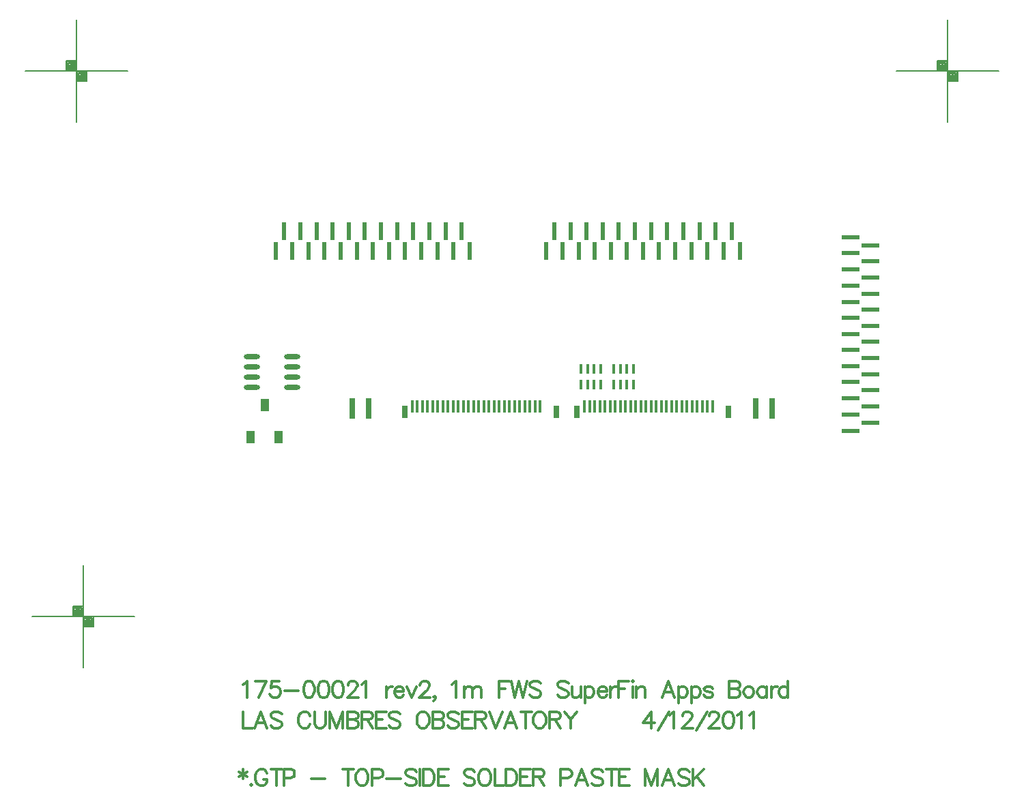
<source format=gtp>
%FSLAX23Y23*%
%MOIN*%
G70*
G01*
G75*
G04 Layer_Color=8421504*
%ADD10O,0.079X0.024*%
%ADD11R,0.017X0.045*%
%ADD12R,0.014X0.060*%
%ADD13R,0.030X0.100*%
%ADD14R,0.031X0.060*%
%ADD15R,0.022X0.085*%
%ADD16R,0.039X0.059*%
%ADD17R,0.085X0.022*%
%ADD18C,0.006*%
%ADD19C,0.010*%
%ADD20C,0.025*%
%ADD21C,0.020*%
%ADD22C,0.050*%
%ADD23C,0.005*%
%ADD24C,0.012*%
%ADD25C,0.008*%
%ADD26C,0.012*%
%ADD27C,0.012*%
%ADD28C,0.059*%
%ADD29R,0.059X0.059*%
%ADD30R,0.059X0.059*%
%ADD31C,0.047*%
%ADD32C,0.219*%
%ADD33C,0.024*%
%ADD34C,0.050*%
%ADD35C,0.040*%
%ADD36C,0.075*%
%ADD37C,0.087*%
%ADD38C,0.206*%
%ADD39C,0.068*%
G04:AMPARAMS|DCode=40|XSize=88mil|YSize=88mil|CornerRadius=0mil|HoleSize=0mil|Usage=FLASHONLY|Rotation=0.000|XOffset=0mil|YOffset=0mil|HoleType=Round|Shape=Relief|Width=10mil|Gap=10mil|Entries=4|*
%AMTHD40*
7,0,0,0.088,0.068,0.010,45*
%
%ADD40THD40*%
G04:AMPARAMS|DCode=41|XSize=70mil|YSize=70mil|CornerRadius=0mil|HoleSize=0mil|Usage=FLASHONLY|Rotation=0.000|XOffset=0mil|YOffset=0mil|HoleType=Round|Shape=Relief|Width=10mil|Gap=10mil|Entries=4|*
%AMTHD41*
7,0,0,0.070,0.050,0.010,45*
%
%ADD41THD41*%
%ADD42C,0.010*%
%ADD43C,0.015*%
%ADD44C,0.008*%
%ADD45C,0.007*%
%ADD46C,0.007*%
%ADD47R,0.224X0.139*%
D10*
X31396Y18696D02*
D03*
Y18746D02*
D03*
Y18796D02*
D03*
Y18846D02*
D03*
X31199Y18696D02*
D03*
Y18746D02*
D03*
Y18796D02*
D03*
Y18846D02*
D03*
D11*
X32807Y18786D02*
D03*
X32839D02*
D03*
X32870D02*
D03*
X32902D02*
D03*
Y18710D02*
D03*
X32870D02*
D03*
X32839D02*
D03*
X32807D02*
D03*
X32967Y18786D02*
D03*
X32999D02*
D03*
X33030D02*
D03*
X33062D02*
D03*
Y18710D02*
D03*
X33030D02*
D03*
X32999D02*
D03*
X32967D02*
D03*
D12*
X32558Y18603D02*
D03*
X31983D02*
D03*
X32008D02*
D03*
X32033D02*
D03*
X32058D02*
D03*
X32083D02*
D03*
X32108D02*
D03*
X32158D02*
D03*
X32183D02*
D03*
X32208D02*
D03*
X32233D02*
D03*
X32258D02*
D03*
X32283D02*
D03*
X32308D02*
D03*
X32333D02*
D03*
X32358D02*
D03*
X32383D02*
D03*
X32408D02*
D03*
X32433D02*
D03*
X32458D02*
D03*
X32483D02*
D03*
X32508D02*
D03*
X32533D02*
D03*
X32583D02*
D03*
X32608D02*
D03*
X32824Y18602D02*
D03*
X32849D02*
D03*
X32874D02*
D03*
X32899D02*
D03*
X32924D02*
D03*
X32949D02*
D03*
X32974D02*
D03*
X32999D02*
D03*
X33024D02*
D03*
X33049D02*
D03*
X33074D02*
D03*
X33099D02*
D03*
X33124D02*
D03*
X33149D02*
D03*
X33174D02*
D03*
X33199D02*
D03*
X33224D02*
D03*
X33249D02*
D03*
X33274D02*
D03*
X33299D02*
D03*
X33324D02*
D03*
X33349D02*
D03*
X33374D02*
D03*
X33399D02*
D03*
X33424D02*
D03*
X33449D02*
D03*
X32133Y18603D02*
D03*
D13*
X31691Y18593D02*
D03*
X31770D02*
D03*
X33740Y18593D02*
D03*
X33661D02*
D03*
D14*
X33526Y18575D02*
D03*
X32786D02*
D03*
X31946D02*
D03*
X32686D02*
D03*
D15*
X32637Y19361D02*
D03*
X32716D02*
D03*
X32795D02*
D03*
X32676Y19458D02*
D03*
X32755D02*
D03*
X33582Y19361D02*
D03*
X33543Y19458D02*
D03*
X33503Y19361D02*
D03*
X33464Y19458D02*
D03*
X33424Y19361D02*
D03*
X33385Y19458D02*
D03*
X33346Y19361D02*
D03*
X33306Y19458D02*
D03*
X33267Y19361D02*
D03*
X33228Y19458D02*
D03*
X33188Y19361D02*
D03*
X33149Y19458D02*
D03*
X33110Y19361D02*
D03*
X33070Y19458D02*
D03*
X33031Y19361D02*
D03*
X32991Y19458D02*
D03*
X32952Y19361D02*
D03*
X32913Y19458D02*
D03*
X32873Y19361D02*
D03*
X32834Y19458D02*
D03*
X31515D02*
D03*
X31554Y19361D02*
D03*
X31594Y19458D02*
D03*
X31633Y19361D02*
D03*
X31673Y19458D02*
D03*
X31712Y19361D02*
D03*
X31751Y19458D02*
D03*
X31791Y19361D02*
D03*
X31830Y19458D02*
D03*
X31869Y19361D02*
D03*
X31909Y19458D02*
D03*
X31948Y19361D02*
D03*
X31987Y19458D02*
D03*
X32027Y19361D02*
D03*
X32066Y19458D02*
D03*
X32106Y19361D02*
D03*
X32145Y19458D02*
D03*
X32184Y19361D02*
D03*
X32224Y19458D02*
D03*
X32263Y19361D02*
D03*
X31436Y19458D02*
D03*
X31358D02*
D03*
X31476Y19361D02*
D03*
X31397D02*
D03*
X31318D02*
D03*
D16*
X31193Y18454D02*
D03*
X31262Y18608D02*
D03*
X31331Y18454D02*
D03*
D17*
X34221Y19233D02*
D03*
X34124Y19193D02*
D03*
X34221Y19154D02*
D03*
X34124Y19114D02*
D03*
X34221Y19075D02*
D03*
X34124Y19036D02*
D03*
X34221Y18996D02*
D03*
X34124Y18957D02*
D03*
X34221Y18918D02*
D03*
X34124Y18878D02*
D03*
X34221Y18839D02*
D03*
X34124Y18799D02*
D03*
X34221Y18760D02*
D03*
X34124Y18721D02*
D03*
X34221Y18681D02*
D03*
X34124Y18642D02*
D03*
X34221Y18603D02*
D03*
X34124Y18563D02*
D03*
X34221Y18524D02*
D03*
X34124Y18484D02*
D03*
X34221Y19311D02*
D03*
Y19390D02*
D03*
X34124Y19272D02*
D03*
Y19351D02*
D03*
Y19429D02*
D03*
D25*
X30093Y20243D02*
X30593D01*
X30343Y19993D02*
Y20493D01*
X30293Y20243D02*
Y20293D01*
X30343D01*
X30393Y20193D02*
Y20243D01*
X30343Y20193D02*
X30393D01*
X30348Y20238D02*
X30388D01*
Y20198D02*
Y20238D01*
X30348Y20198D02*
X30388D01*
X30348D02*
Y20238D01*
X30353Y20233D02*
X30383D01*
Y20203D02*
Y20233D01*
X30353Y20203D02*
X30383D01*
X30353D02*
Y20228D01*
X30358D02*
X30378D01*
Y20208D02*
Y20228D01*
X30358Y20208D02*
X30378D01*
X30358D02*
Y20223D01*
X30363D02*
X30373D01*
Y20213D02*
Y20223D01*
X30363Y20213D02*
X30373D01*
X30363D02*
Y20223D01*
Y20218D02*
X30373D01*
X30298Y20288D02*
X30338D01*
Y20248D02*
Y20288D01*
X30298Y20248D02*
X30338D01*
X30298D02*
Y20288D01*
X30303Y20283D02*
X30333D01*
Y20253D02*
Y20283D01*
X30303Y20253D02*
X30333D01*
X30303D02*
Y20278D01*
X30308D02*
X30328D01*
Y20258D02*
Y20278D01*
X30308Y20258D02*
X30328D01*
X30308D02*
Y20273D01*
X30313D02*
X30323D01*
Y20263D02*
Y20273D01*
X30313Y20263D02*
X30323D01*
X30313D02*
Y20273D01*
Y20268D02*
X30323D01*
X30126Y17575D02*
X30626D01*
X30376Y17325D02*
Y17825D01*
X30326Y17575D02*
Y17625D01*
X30376D01*
X30426Y17525D02*
Y17575D01*
X30376Y17525D02*
X30426D01*
X30381Y17570D02*
X30421D01*
Y17530D02*
Y17570D01*
X30381Y17530D02*
X30421D01*
X30381D02*
Y17570D01*
X30386Y17565D02*
X30416D01*
Y17535D02*
Y17565D01*
X30386Y17535D02*
X30416D01*
X30386D02*
Y17560D01*
X30391D02*
X30411D01*
Y17540D02*
Y17560D01*
X30391Y17540D02*
X30411D01*
X30391D02*
Y17555D01*
X30396D02*
X30406D01*
Y17545D02*
Y17555D01*
X30396Y17545D02*
X30406D01*
X30396D02*
Y17555D01*
Y17550D02*
X30406D01*
X30331Y17620D02*
X30371D01*
Y17580D02*
Y17620D01*
X30331Y17580D02*
X30371D01*
X30331D02*
Y17620D01*
X30336Y17615D02*
X30366D01*
Y17585D02*
Y17615D01*
X30336Y17585D02*
X30366D01*
X30336D02*
Y17610D01*
X30341D02*
X30361D01*
Y17590D02*
Y17610D01*
X30341Y17590D02*
X30361D01*
X30341D02*
Y17605D01*
X30346D02*
X30356D01*
Y17595D02*
Y17605D01*
X30346Y17595D02*
X30356D01*
X30346D02*
Y17605D01*
Y17600D02*
X30356D01*
X34347Y20243D02*
X34847D01*
X34597Y19993D02*
Y20493D01*
X34547Y20243D02*
Y20293D01*
X34597D01*
X34647Y20193D02*
Y20243D01*
X34597Y20193D02*
X34647D01*
X34602Y20238D02*
X34642D01*
Y20198D02*
Y20238D01*
X34602Y20198D02*
X34642D01*
X34602D02*
Y20238D01*
X34607Y20233D02*
X34637D01*
Y20203D02*
Y20233D01*
X34607Y20203D02*
X34637D01*
X34607D02*
Y20228D01*
X34612D02*
X34632D01*
Y20208D02*
Y20228D01*
X34612Y20208D02*
X34632D01*
X34612D02*
Y20223D01*
X34617D02*
X34627D01*
Y20213D02*
Y20223D01*
X34617Y20213D02*
X34627D01*
X34617D02*
Y20223D01*
Y20218D02*
X34627D01*
X34552Y20288D02*
X34592D01*
Y20248D02*
Y20288D01*
X34552Y20248D02*
X34592D01*
X34552D02*
Y20288D01*
X34557Y20283D02*
X34587D01*
Y20253D02*
Y20283D01*
X34557Y20253D02*
X34587D01*
X34557D02*
Y20278D01*
X34562D02*
X34582D01*
Y20258D02*
Y20278D01*
X34562Y20258D02*
X34582D01*
X34562D02*
Y20273D01*
X34567D02*
X34577D01*
Y20263D02*
Y20273D01*
X34567Y20263D02*
X34577D01*
X34567D02*
Y20273D01*
Y20268D02*
X34577D01*
D26*
X31156Y16829D02*
Y16783D01*
X31137Y16817D02*
X31175Y16794D01*
Y16817D02*
X31137Y16794D01*
X31196Y16756D02*
X31192Y16753D01*
X31196Y16749D01*
X31199Y16753D01*
X31196Y16756D01*
X31274Y16810D02*
X31270Y16817D01*
X31263Y16825D01*
X31255Y16829D01*
X31240D01*
X31232Y16825D01*
X31224Y16817D01*
X31221Y16810D01*
X31217Y16798D01*
Y16779D01*
X31221Y16768D01*
X31224Y16760D01*
X31232Y16753D01*
X31240Y16749D01*
X31255D01*
X31263Y16753D01*
X31270Y16760D01*
X31274Y16768D01*
Y16779D01*
X31255D02*
X31274D01*
X31319Y16829D02*
Y16749D01*
X31292Y16829D02*
X31346D01*
X31355Y16787D02*
X31389D01*
X31401Y16791D01*
X31405Y16794D01*
X31408Y16802D01*
Y16814D01*
X31405Y16821D01*
X31401Y16825D01*
X31389Y16829D01*
X31355D01*
Y16749D01*
X31489Y16783D02*
X31558D01*
X31671Y16829D02*
Y16749D01*
X31644Y16829D02*
X31698D01*
X31730D02*
X31722Y16825D01*
X31715Y16817D01*
X31711Y16810D01*
X31707Y16798D01*
Y16779D01*
X31711Y16768D01*
X31715Y16760D01*
X31722Y16753D01*
X31730Y16749D01*
X31745D01*
X31753Y16753D01*
X31760Y16760D01*
X31764Y16768D01*
X31768Y16779D01*
Y16798D01*
X31764Y16810D01*
X31760Y16817D01*
X31753Y16825D01*
X31745Y16829D01*
X31730D01*
X31787Y16787D02*
X31821D01*
X31832Y16791D01*
X31836Y16794D01*
X31840Y16802D01*
Y16814D01*
X31836Y16821D01*
X31832Y16825D01*
X31821Y16829D01*
X31787D01*
Y16749D01*
X31858Y16783D02*
X31926D01*
X32003Y16817D02*
X31996Y16825D01*
X31984Y16829D01*
X31969D01*
X31958Y16825D01*
X31950Y16817D01*
Y16810D01*
X31954Y16802D01*
X31958Y16798D01*
X31965Y16794D01*
X31988Y16787D01*
X31996Y16783D01*
X32000Y16779D01*
X32003Y16772D01*
Y16760D01*
X31996Y16753D01*
X31984Y16749D01*
X31969D01*
X31958Y16753D01*
X31950Y16760D01*
X32021Y16829D02*
Y16749D01*
X32038Y16829D02*
Y16749D01*
Y16829D02*
X32065D01*
X32076Y16825D01*
X32084Y16817D01*
X32088Y16810D01*
X32091Y16798D01*
Y16779D01*
X32088Y16768D01*
X32084Y16760D01*
X32076Y16753D01*
X32065Y16749D01*
X32038D01*
X32159Y16829D02*
X32109D01*
Y16749D01*
X32159D01*
X32109Y16791D02*
X32140D01*
X32288Y16817D02*
X32281Y16825D01*
X32269Y16829D01*
X32254D01*
X32243Y16825D01*
X32235Y16817D01*
Y16810D01*
X32239Y16802D01*
X32243Y16798D01*
X32250Y16794D01*
X32273Y16787D01*
X32281Y16783D01*
X32284Y16779D01*
X32288Y16772D01*
Y16760D01*
X32281Y16753D01*
X32269Y16749D01*
X32254D01*
X32243Y16753D01*
X32235Y16760D01*
X32329Y16829D02*
X32321Y16825D01*
X32314Y16817D01*
X32310Y16810D01*
X32306Y16798D01*
Y16779D01*
X32310Y16768D01*
X32314Y16760D01*
X32321Y16753D01*
X32329Y16749D01*
X32344D01*
X32352Y16753D01*
X32359Y16760D01*
X32363Y16768D01*
X32367Y16779D01*
Y16798D01*
X32363Y16810D01*
X32359Y16817D01*
X32352Y16825D01*
X32344Y16829D01*
X32329D01*
X32386D02*
Y16749D01*
X32431D01*
X32440Y16829D02*
Y16749D01*
Y16829D02*
X32467D01*
X32478Y16825D01*
X32486Y16817D01*
X32490Y16810D01*
X32494Y16798D01*
Y16779D01*
X32490Y16768D01*
X32486Y16760D01*
X32478Y16753D01*
X32467Y16749D01*
X32440D01*
X32561Y16829D02*
X32511D01*
Y16749D01*
X32561D01*
X32511Y16791D02*
X32542D01*
X32574Y16829D02*
Y16749D01*
Y16829D02*
X32609D01*
X32620Y16825D01*
X32624Y16821D01*
X32628Y16814D01*
Y16806D01*
X32624Y16798D01*
X32620Y16794D01*
X32609Y16791D01*
X32574D01*
X32601D02*
X32628Y16749D01*
X32708Y16787D02*
X32743D01*
X32754Y16791D01*
X32758Y16794D01*
X32762Y16802D01*
Y16814D01*
X32758Y16821D01*
X32754Y16825D01*
X32743Y16829D01*
X32708D01*
Y16749D01*
X32841D02*
X32810Y16829D01*
X32780Y16749D01*
X32791Y16775D02*
X32829D01*
X32912Y16817D02*
X32905Y16825D01*
X32893Y16829D01*
X32878D01*
X32867Y16825D01*
X32859Y16817D01*
Y16810D01*
X32863Y16802D01*
X32867Y16798D01*
X32874Y16794D01*
X32897Y16787D01*
X32905Y16783D01*
X32909Y16779D01*
X32912Y16772D01*
Y16760D01*
X32905Y16753D01*
X32893Y16749D01*
X32878D01*
X32867Y16753D01*
X32859Y16760D01*
X32957Y16829D02*
Y16749D01*
X32930Y16829D02*
X32984D01*
X33043D02*
X32993D01*
Y16749D01*
X33043D01*
X32993Y16791D02*
X33024D01*
X33119Y16829D02*
Y16749D01*
Y16829D02*
X33149Y16749D01*
X33180Y16829D02*
X33149Y16749D01*
X33180Y16829D02*
Y16749D01*
X33264D02*
X33233Y16829D01*
X33203Y16749D01*
X33214Y16775D02*
X33252D01*
X33336Y16817D02*
X33328Y16825D01*
X33317Y16829D01*
X33301D01*
X33290Y16825D01*
X33282Y16817D01*
Y16810D01*
X33286Y16802D01*
X33290Y16798D01*
X33298Y16794D01*
X33320Y16787D01*
X33328Y16783D01*
X33332Y16779D01*
X33336Y16772D01*
Y16760D01*
X33328Y16753D01*
X33317Y16749D01*
X33301D01*
X33290Y16753D01*
X33282Y16760D01*
X33354Y16829D02*
Y16749D01*
X33407Y16829D02*
X33354Y16775D01*
X33373Y16794D02*
X33407Y16749D01*
X31158Y17244D02*
X31166Y17248D01*
X31177Y17259D01*
Y17179D01*
X31270Y17259D02*
X31232Y17179D01*
X31217Y17259D02*
X31270D01*
X31334D02*
X31296D01*
X31292Y17225D01*
X31296Y17229D01*
X31307Y17233D01*
X31319D01*
X31330Y17229D01*
X31338Y17221D01*
X31341Y17210D01*
Y17202D01*
X31338Y17191D01*
X31330Y17183D01*
X31319Y17179D01*
X31307D01*
X31296Y17183D01*
X31292Y17187D01*
X31288Y17195D01*
X31359Y17214D02*
X31428D01*
X31474Y17259D02*
X31463Y17256D01*
X31455Y17244D01*
X31452Y17225D01*
Y17214D01*
X31455Y17195D01*
X31463Y17183D01*
X31474Y17179D01*
X31482D01*
X31493Y17183D01*
X31501Y17195D01*
X31505Y17214D01*
Y17225D01*
X31501Y17244D01*
X31493Y17256D01*
X31482Y17259D01*
X31474D01*
X31546D02*
X31534Y17256D01*
X31527Y17244D01*
X31523Y17225D01*
Y17214D01*
X31527Y17195D01*
X31534Y17183D01*
X31546Y17179D01*
X31553D01*
X31565Y17183D01*
X31572Y17195D01*
X31576Y17214D01*
Y17225D01*
X31572Y17244D01*
X31565Y17256D01*
X31553Y17259D01*
X31546D01*
X31617D02*
X31605Y17256D01*
X31598Y17244D01*
X31594Y17225D01*
Y17214D01*
X31598Y17195D01*
X31605Y17183D01*
X31617Y17179D01*
X31624D01*
X31636Y17183D01*
X31644Y17195D01*
X31647Y17214D01*
Y17225D01*
X31644Y17244D01*
X31636Y17256D01*
X31624Y17259D01*
X31617D01*
X31669Y17240D02*
Y17244D01*
X31673Y17252D01*
X31677Y17256D01*
X31684Y17259D01*
X31700D01*
X31707Y17256D01*
X31711Y17252D01*
X31715Y17244D01*
Y17237D01*
X31711Y17229D01*
X31703Y17217D01*
X31665Y17179D01*
X31719D01*
X31736Y17244D02*
X31744Y17248D01*
X31755Y17259D01*
Y17179D01*
X31858Y17233D02*
Y17179D01*
Y17210D02*
X31862Y17221D01*
X31869Y17229D01*
X31877Y17233D01*
X31888D01*
X31896Y17210D02*
X31941D01*
Y17217D01*
X31938Y17225D01*
X31934Y17229D01*
X31926Y17233D01*
X31915D01*
X31907Y17229D01*
X31899Y17221D01*
X31896Y17210D01*
Y17202D01*
X31899Y17191D01*
X31907Y17183D01*
X31915Y17179D01*
X31926D01*
X31934Y17183D01*
X31941Y17191D01*
X31958Y17233D02*
X31981Y17179D01*
X32004Y17233D02*
X31981Y17179D01*
X32021Y17240D02*
Y17244D01*
X32025Y17252D01*
X32029Y17256D01*
X32036Y17259D01*
X32051D01*
X32059Y17256D01*
X32063Y17252D01*
X32067Y17244D01*
Y17237D01*
X32063Y17229D01*
X32055Y17217D01*
X32017Y17179D01*
X32070D01*
X32096Y17183D02*
X32092Y17179D01*
X32088Y17183D01*
X32092Y17187D01*
X32096Y17183D01*
Y17176D01*
X32092Y17168D01*
X32088Y17164D01*
X32176Y17244D02*
X32184Y17248D01*
X32195Y17259D01*
Y17179D01*
X32235Y17233D02*
Y17179D01*
Y17217D02*
X32246Y17229D01*
X32254Y17233D01*
X32265D01*
X32273Y17229D01*
X32277Y17217D01*
Y17179D01*
Y17217D02*
X32288Y17229D01*
X32296Y17233D01*
X32307D01*
X32315Y17229D01*
X32319Y17217D01*
Y17179D01*
X32407Y17259D02*
Y17179D01*
Y17259D02*
X32456D01*
X32407Y17221D02*
X32437D01*
X32465Y17259D02*
X32484Y17179D01*
X32504Y17259D02*
X32484Y17179D01*
X32504Y17259D02*
X32523Y17179D01*
X32542Y17259D02*
X32523Y17179D01*
X32611Y17248D02*
X32603Y17256D01*
X32592Y17259D01*
X32577D01*
X32565Y17256D01*
X32558Y17248D01*
Y17240D01*
X32561Y17233D01*
X32565Y17229D01*
X32573Y17225D01*
X32596Y17217D01*
X32603Y17214D01*
X32607Y17210D01*
X32611Y17202D01*
Y17191D01*
X32603Y17183D01*
X32592Y17179D01*
X32577D01*
X32565Y17183D01*
X32558Y17191D01*
X32745Y17248D02*
X32737Y17256D01*
X32726Y17259D01*
X32711D01*
X32699Y17256D01*
X32692Y17248D01*
Y17240D01*
X32695Y17233D01*
X32699Y17229D01*
X32707Y17225D01*
X32730Y17217D01*
X32737Y17214D01*
X32741Y17210D01*
X32745Y17202D01*
Y17191D01*
X32737Y17183D01*
X32726Y17179D01*
X32711D01*
X32699Y17183D01*
X32692Y17191D01*
X32763Y17233D02*
Y17195D01*
X32767Y17183D01*
X32774Y17179D01*
X32786D01*
X32793Y17183D01*
X32805Y17195D01*
Y17233D02*
Y17179D01*
X32826Y17233D02*
Y17153D01*
Y17221D02*
X32833Y17229D01*
X32841Y17233D01*
X32852D01*
X32860Y17229D01*
X32868Y17221D01*
X32871Y17210D01*
Y17202D01*
X32868Y17191D01*
X32860Y17183D01*
X32852Y17179D01*
X32841D01*
X32833Y17183D01*
X32826Y17191D01*
X32889Y17210D02*
X32934D01*
Y17217D01*
X32930Y17225D01*
X32927Y17229D01*
X32919Y17233D01*
X32908D01*
X32900Y17229D01*
X32892Y17221D01*
X32889Y17210D01*
Y17202D01*
X32892Y17191D01*
X32900Y17183D01*
X32908Y17179D01*
X32919D01*
X32927Y17183D01*
X32934Y17191D01*
X32951Y17233D02*
Y17179D01*
Y17210D02*
X32955Y17221D01*
X32963Y17229D01*
X32970Y17233D01*
X32982D01*
X32989Y17259D02*
Y17179D01*
Y17259D02*
X33039D01*
X32989Y17221D02*
X33020D01*
X33055Y17259D02*
X33059Y17256D01*
X33063Y17259D01*
X33059Y17263D01*
X33055Y17259D01*
X33059Y17233D02*
Y17179D01*
X33077Y17233D02*
Y17179D01*
Y17217D02*
X33089Y17229D01*
X33096Y17233D01*
X33108D01*
X33115Y17229D01*
X33119Y17217D01*
Y17179D01*
X33264D02*
X33233Y17259D01*
X33203Y17179D01*
X33214Y17206D02*
X33252D01*
X33282Y17233D02*
Y17153D01*
Y17221D02*
X33290Y17229D01*
X33298Y17233D01*
X33309D01*
X33317Y17229D01*
X33324Y17221D01*
X33328Y17210D01*
Y17202D01*
X33324Y17191D01*
X33317Y17183D01*
X33309Y17179D01*
X33298D01*
X33290Y17183D01*
X33282Y17191D01*
X33345Y17233D02*
Y17153D01*
Y17221D02*
X33353Y17229D01*
X33360Y17233D01*
X33372D01*
X33380Y17229D01*
X33387Y17221D01*
X33391Y17210D01*
Y17202D01*
X33387Y17191D01*
X33380Y17183D01*
X33372Y17179D01*
X33360D01*
X33353Y17183D01*
X33345Y17191D01*
X33450Y17221D02*
X33446Y17229D01*
X33435Y17233D01*
X33423D01*
X33412Y17229D01*
X33408Y17221D01*
X33412Y17214D01*
X33420Y17210D01*
X33439Y17206D01*
X33446Y17202D01*
X33450Y17195D01*
Y17191D01*
X33446Y17183D01*
X33435Y17179D01*
X33423D01*
X33412Y17183D01*
X33408Y17191D01*
X33530Y17259D02*
Y17179D01*
Y17259D02*
X33564D01*
X33575Y17256D01*
X33579Y17252D01*
X33583Y17244D01*
Y17237D01*
X33579Y17229D01*
X33575Y17225D01*
X33564Y17221D01*
X33530D02*
X33564D01*
X33575Y17217D01*
X33579Y17214D01*
X33583Y17206D01*
Y17195D01*
X33579Y17187D01*
X33575Y17183D01*
X33564Y17179D01*
X33530D01*
X33620Y17233D02*
X33612Y17229D01*
X33605Y17221D01*
X33601Y17210D01*
Y17202D01*
X33605Y17191D01*
X33612Y17183D01*
X33620Y17179D01*
X33631D01*
X33639Y17183D01*
X33647Y17191D01*
X33650Y17202D01*
Y17210D01*
X33647Y17221D01*
X33639Y17229D01*
X33631Y17233D01*
X33620D01*
X33714D02*
Y17179D01*
Y17221D02*
X33706Y17229D01*
X33698Y17233D01*
X33687D01*
X33679Y17229D01*
X33672Y17221D01*
X33668Y17210D01*
Y17202D01*
X33672Y17191D01*
X33679Y17183D01*
X33687Y17179D01*
X33698D01*
X33706Y17183D01*
X33714Y17191D01*
X33735Y17233D02*
Y17179D01*
Y17210D02*
X33739Y17221D01*
X33746Y17229D01*
X33754Y17233D01*
X33765D01*
X33818Y17259D02*
Y17179D01*
Y17221D02*
X33811Y17229D01*
X33803Y17233D01*
X33792D01*
X33784Y17229D01*
X33776Y17221D01*
X33773Y17210D01*
Y17202D01*
X33776Y17191D01*
X33784Y17183D01*
X33792Y17179D01*
X33803D01*
X33811Y17183D01*
X33818Y17191D01*
D27*
X31158Y17109D02*
Y17029D01*
X31204D01*
X31274D02*
X31243Y17109D01*
X31213Y17029D01*
X31224Y17056D02*
X31262D01*
X31346Y17098D02*
X31338Y17106D01*
X31327Y17109D01*
X31311D01*
X31300Y17106D01*
X31292Y17098D01*
Y17090D01*
X31296Y17083D01*
X31300Y17079D01*
X31308Y17075D01*
X31330Y17067D01*
X31338Y17064D01*
X31342Y17060D01*
X31346Y17052D01*
Y17041D01*
X31338Y17033D01*
X31327Y17029D01*
X31311D01*
X31300Y17033D01*
X31292Y17041D01*
X31484Y17090D02*
X31480Y17098D01*
X31472Y17106D01*
X31465Y17109D01*
X31449D01*
X31442Y17106D01*
X31434Y17098D01*
X31430Y17090D01*
X31426Y17079D01*
Y17060D01*
X31430Y17048D01*
X31434Y17041D01*
X31442Y17033D01*
X31449Y17029D01*
X31465D01*
X31472Y17033D01*
X31480Y17041D01*
X31484Y17048D01*
X31506Y17109D02*
Y17052D01*
X31510Y17041D01*
X31517Y17033D01*
X31529Y17029D01*
X31536D01*
X31548Y17033D01*
X31556Y17041D01*
X31559Y17052D01*
Y17109D01*
X31581D02*
Y17029D01*
Y17109D02*
X31612Y17029D01*
X31642Y17109D02*
X31612Y17029D01*
X31642Y17109D02*
Y17029D01*
X31665Y17109D02*
Y17029D01*
Y17109D02*
X31700D01*
X31711Y17106D01*
X31715Y17102D01*
X31719Y17094D01*
Y17086D01*
X31715Y17079D01*
X31711Y17075D01*
X31700Y17071D01*
X31665D02*
X31700D01*
X31711Y17067D01*
X31715Y17064D01*
X31719Y17056D01*
Y17045D01*
X31715Y17037D01*
X31711Y17033D01*
X31700Y17029D01*
X31665D01*
X31736Y17109D02*
Y17029D01*
Y17109D02*
X31771D01*
X31782Y17106D01*
X31786Y17102D01*
X31790Y17094D01*
Y17086D01*
X31786Y17079D01*
X31782Y17075D01*
X31771Y17071D01*
X31736D01*
X31763D02*
X31790Y17029D01*
X31857Y17109D02*
X31808D01*
Y17029D01*
X31857D01*
X31808Y17071D02*
X31838D01*
X31924Y17098D02*
X31916Y17106D01*
X31905Y17109D01*
X31890D01*
X31878Y17106D01*
X31871Y17098D01*
Y17090D01*
X31874Y17083D01*
X31878Y17079D01*
X31886Y17075D01*
X31909Y17067D01*
X31916Y17064D01*
X31920Y17060D01*
X31924Y17052D01*
Y17041D01*
X31916Y17033D01*
X31905Y17029D01*
X31890D01*
X31878Y17033D01*
X31871Y17041D01*
X32027Y17109D02*
X32020Y17106D01*
X32012Y17098D01*
X32008Y17090D01*
X32005Y17079D01*
Y17060D01*
X32008Y17048D01*
X32012Y17041D01*
X32020Y17033D01*
X32027Y17029D01*
X32043D01*
X32050Y17033D01*
X32058Y17041D01*
X32062Y17048D01*
X32066Y17060D01*
Y17079D01*
X32062Y17090D01*
X32058Y17098D01*
X32050Y17106D01*
X32043Y17109D01*
X32027D01*
X32084D02*
Y17029D01*
Y17109D02*
X32118D01*
X32130Y17106D01*
X32134Y17102D01*
X32138Y17094D01*
Y17086D01*
X32134Y17079D01*
X32130Y17075D01*
X32118Y17071D01*
X32084D02*
X32118D01*
X32130Y17067D01*
X32134Y17064D01*
X32138Y17056D01*
Y17045D01*
X32134Y17037D01*
X32130Y17033D01*
X32118Y17029D01*
X32084D01*
X32209Y17098D02*
X32201Y17106D01*
X32190Y17109D01*
X32174D01*
X32163Y17106D01*
X32155Y17098D01*
Y17090D01*
X32159Y17083D01*
X32163Y17079D01*
X32171Y17075D01*
X32193Y17067D01*
X32201Y17064D01*
X32205Y17060D01*
X32209Y17052D01*
Y17041D01*
X32201Y17033D01*
X32190Y17029D01*
X32174D01*
X32163Y17033D01*
X32155Y17041D01*
X32276Y17109D02*
X32227D01*
Y17029D01*
X32276D01*
X32227Y17071D02*
X32257D01*
X32289Y17109D02*
Y17029D01*
Y17109D02*
X32324D01*
X32335Y17106D01*
X32339Y17102D01*
X32343Y17094D01*
Y17086D01*
X32339Y17079D01*
X32335Y17075D01*
X32324Y17071D01*
X32289D01*
X32316D02*
X32343Y17029D01*
X32361Y17109D02*
X32391Y17029D01*
X32422Y17109D02*
X32391Y17029D01*
X32493D02*
X32462Y17109D01*
X32432Y17029D01*
X32443Y17056D02*
X32481D01*
X32538Y17109D02*
Y17029D01*
X32512Y17109D02*
X32565D01*
X32597D02*
X32590Y17106D01*
X32582Y17098D01*
X32578Y17090D01*
X32574Y17079D01*
Y17060D01*
X32578Y17048D01*
X32582Y17041D01*
X32590Y17033D01*
X32597Y17029D01*
X32612D01*
X32620Y17033D01*
X32628Y17041D01*
X32632Y17048D01*
X32635Y17060D01*
Y17079D01*
X32632Y17090D01*
X32628Y17098D01*
X32620Y17106D01*
X32612Y17109D01*
X32597D01*
X32654D02*
Y17029D01*
Y17109D02*
X32688D01*
X32700Y17106D01*
X32703Y17102D01*
X32707Y17094D01*
Y17086D01*
X32703Y17079D01*
X32700Y17075D01*
X32688Y17071D01*
X32654D01*
X32681D02*
X32707Y17029D01*
X32725Y17109D02*
X32756Y17071D01*
Y17029D01*
X32786Y17109D02*
X32756Y17071D01*
X33149Y17109D02*
X33111Y17056D01*
X33168D01*
X33149Y17109D02*
Y17029D01*
X33182Y17018D02*
X33235Y17109D01*
X33241Y17094D02*
X33248Y17098D01*
X33260Y17109D01*
Y17029D01*
X33303Y17090D02*
Y17094D01*
X33307Y17102D01*
X33311Y17106D01*
X33318Y17109D01*
X33333D01*
X33341Y17106D01*
X33345Y17102D01*
X33349Y17094D01*
Y17086D01*
X33345Y17079D01*
X33337Y17067D01*
X33299Y17029D01*
X33352D01*
X33370Y17018D02*
X33424Y17109D01*
X33433Y17090D02*
Y17094D01*
X33437Y17102D01*
X33440Y17106D01*
X33448Y17109D01*
X33463D01*
X33471Y17106D01*
X33475Y17102D01*
X33479Y17094D01*
Y17086D01*
X33475Y17079D01*
X33467Y17067D01*
X33429Y17029D01*
X33482D01*
X33523Y17109D02*
X33512Y17106D01*
X33504Y17094D01*
X33500Y17075D01*
Y17064D01*
X33504Y17045D01*
X33512Y17033D01*
X33523Y17029D01*
X33531D01*
X33542Y17033D01*
X33550Y17045D01*
X33554Y17064D01*
Y17075D01*
X33550Y17094D01*
X33542Y17106D01*
X33531Y17109D01*
X33523D01*
X33571Y17094D02*
X33579Y17098D01*
X33591Y17109D01*
Y17029D01*
X33630Y17094D02*
X33638Y17098D01*
X33649Y17109D01*
Y17029D01*
M02*

</source>
